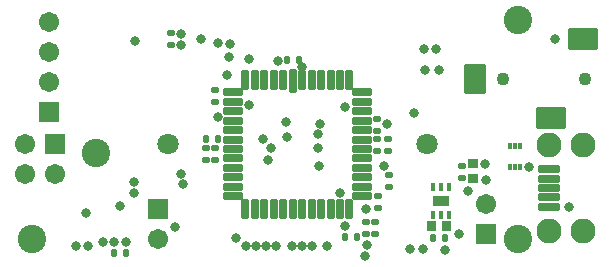
<source format=gts>
G04 Layer: TopSolderMaskLayer*
G04 EasyEDA Pro v2.2.35.2, 2025-02-24 01:09:24*
G04 Gerber Generator version 0.3*
G04 Scale: 100 percent, Rotated: No, Reflected: No*
G04 Dimensions in millimeters*
G04 Leading zeros omitted, absolute positions, 4 integers and 5 decimals*
%FSLAX45Y45*%
%MOMM*%
%AMRoundRect*1,1,$1,$2,$3*1,1,$1,$4,$5*1,1,$1,0-$2,0-$3*1,1,$1,0-$4,0-$5*20,1,$1,$2,$3,$4,$5,0*20,1,$1,$4,$5,0-$2,0-$3,0*20,1,$1,0-$2,0-$3,0-$4,0-$5,0*20,1,$1,0-$4,0-$5,$2,$3,0*4,1,4,$2,$3,$4,$5,0-$2,0-$3,0-$4,0-$5,$2,$3,0*%
%ADD10C,2.4032*%
%ADD11RoundRect,0.09297X0.12701X0.22701X0.12701X-0.22701*%
%ADD12RoundRect,0.1836X0.8598X1.1598X0.8598X-1.1598*%
%ADD13RoundRect,0.1836X-1.1598X0.8598X1.1598X0.8598*%
%ADD14C,1.1032*%
%ADD15C,1.8032*%
%ADD16RoundRect,0.1016X0.2667X0.2032X0.2667X-0.2032*%
%ADD17RoundRect,0.095X-0.141X-0.316X-0.141X0.316*%
%ADD18RoundRect,0.11094X-0.60803X-0.38303X-0.60803X0.38303*%
%ADD19RoundRect,0.1016X-0.2032X0.2667X0.2032X0.2667*%
%ADD20RoundRect,0.1016X-0.2667X-0.2032X-0.2667X0.2032*%
%ADD21RoundRect,0.15765X0.82278X0.27278X0.82278X-0.27278*%
%ADD22C,2.1032*%
%ADD23RoundRect,0.10886X-0.39007X-0.32657X-0.39007X0.32657*%
%ADD24RoundRect,0.10886X-0.32657X0.39007X0.32657X0.39007*%
%ADD25RoundRect,0.1016X0.2032X-0.2667X-0.2032X-0.2667*%
%ADD26RoundRect,0.152X-0.2256X0.7756X0.2256X0.7756*%
%ADD27RoundRect,0.152X-0.2256X0.9006X0.2256X0.9006*%
%ADD28RoundRect,0.152X-0.7756X-0.2256X-0.7756X0.2256*%
%ADD29RoundRect,0.18154X0.76083X-0.76083X-0.76083X-0.76083*%
%ADD30C,1.7032*%
%ADD31RoundRect,0.18154X-0.76083X-0.76083X-0.76083X0.76083*%
%ADD32RoundRect,0.18154X0.76083X0.76083X0.76083X-0.76083*%
%ADD33C,0.8128*%
G75*


G04 Pad Start*
G54D10*
G01X14430000Y12150000D03*
G01X14430000Y10300000D03*
G01X10313600Y10300000D03*
G01X10860200Y11030900D03*
G54D11*
G01X14446880Y11084200D03*
G01X14406880Y11084200D03*
G01X14366880Y11084200D03*
G01X14366880Y10912200D03*
G01X14406880Y10912200D03*
G01X14446880Y10912200D03*
G54D12*
G01X14065000Y11657400D03*
G54D13*
G01X14710000Y11322400D03*
G01X14980000Y11992400D03*
G54D14*
G01X14300000Y11657400D03*
G01X15000000Y11657400D03*
G54D15*
G01X11463600Y11100000D03*
G01X13663600Y11100000D03*
G54D16*
G01X11494640Y12046000D03*
G01X11494640Y11944400D03*
G54D17*
G01X13715640Y10506060D03*
G01X13780640Y10506060D03*
G01X13845640Y10506060D03*
G01X13845640Y10736060D03*
G01X13780640Y10736060D03*
G01X13715640Y10736060D03*
G54D18*
G01X13780640Y10621060D03*
G54D16*
G01X13338680Y10737900D03*
G01X13338680Y10839500D03*
G54D19*
G01X12477620Y11817400D03*
G01X12579220Y11817400D03*
G54D20*
G01X11786740Y10966500D03*
G01X11786740Y11068100D03*
G54D21*
G01X14694800Y10650300D03*
G01X14694800Y10730300D03*
G01X14694800Y10810300D03*
G01X14694800Y10570300D03*
G01X14694800Y10890300D03*
G54D22*
G01X14694800Y10365300D03*
G01X14694800Y11095300D03*
G01X14984800Y11095300D03*
G01X14984800Y10365300D03*
G54D20*
G01X11868020Y11560860D03*
G01X11868020Y11459260D03*
G54D16*
G01X13224380Y10344200D03*
G01X13224380Y10445800D03*
G54D20*
G01X13956160Y10816540D03*
G01X13956160Y10918140D03*
G54D23*
G01X14052680Y10933380D03*
G01X14052680Y10806380D03*
G54D24*
G01X13826360Y10405160D03*
G01X13699360Y10405160D03*
G54D19*
G01X13714600Y10311180D03*
G01X13816200Y10311180D03*
G54D20*
G01X13329920Y11043920D03*
G01X13329920Y11145520D03*
G01X13241020Y11041380D03*
G01X13241020Y11142980D03*
G54D16*
G01X13234540Y11311940D03*
G01X13234540Y11210340D03*
G54D19*
G01X13071980Y10313720D03*
G01X12970380Y10313720D03*
G54D25*
G01X11789280Y11149380D03*
G01X11890880Y11149380D03*
G54D19*
G01X11115040Y10180320D03*
G01X11013440Y10180320D03*
G54D16*
G01X13247240Y10560100D03*
G01X13247240Y10661700D03*
G54D20*
G01X13140560Y10445800D03*
G01X13140560Y10344200D03*
G54D26*
G01X12123749Y11647500D03*
G01X12203750Y11647500D03*
G01X12283750Y11647500D03*
G01X12363750Y11647500D03*
G01X12443750Y11647500D03*
G54D27*
G01X12523750Y11635000D03*
G54D26*
G01X12603750Y11647500D03*
G01X12683750Y11647500D03*
G01X12763750Y11647500D03*
G01X12843750Y11647500D03*
G01X12923750Y11647500D03*
G01X13003750Y11647500D03*
G54D28*
G01X13110250Y11541000D03*
G01X13110250Y11461000D03*
G01X13110250Y11381000D03*
G01X13110250Y11301000D03*
G01X13110250Y11221000D03*
G01X13110250Y11141000D03*
G01X13110250Y11061000D03*
G01X13110250Y10981000D03*
G01X13110250Y10901000D03*
G01X13110250Y10820999D03*
G01X13110250Y10740999D03*
G01X13110250Y10660999D03*
G54D26*
G01X13003750Y10554500D03*
G01X12923750Y10554500D03*
G01X12843750Y10554500D03*
G01X12763750Y10554500D03*
G01X12683750Y10554500D03*
G01X12603750Y10554500D03*
G01X12523750Y10554500D03*
G01X12443750Y10554500D03*
G01X12363750Y10554500D03*
G01X12283750Y10554500D03*
G01X12203750Y10554500D03*
G01X12123749Y10554500D03*
G54D28*
G01X12017250Y10660999D03*
G01X12017250Y10740999D03*
G01X12017250Y10820999D03*
G01X12017250Y10901000D03*
G01X12017250Y10981000D03*
G01X12017250Y11061000D03*
G01X12017250Y11141000D03*
G01X12017250Y11221000D03*
G01X12017250Y11301000D03*
G01X12017250Y11381000D03*
G01X12017250Y11461000D03*
G01X12017250Y11541000D03*
G54D20*
G01X11868020Y10966500D03*
G01X11868020Y11068100D03*
G54D29*
G01X10507980Y11099800D03*
G54D30*
G01X10507980Y10845800D03*
G01X10253980Y11099800D03*
G01X10253980Y10845800D03*
G01X10459720Y12138660D03*
G01X10459720Y11884660D03*
G01X10459720Y11630660D03*
G54D31*
G01X10459720Y11376660D03*
G54D30*
G01X11386820Y10302240D03*
G54D32*
G01X11386820Y10556240D03*
G54D30*
G01X14160500Y10596880D03*
G54D31*
G01X14160500Y10342880D03*
G04 Pad End*

G04 Via Start*
G54D33*
G01X11112500Y10269220D03*
G01X11013440Y10271760D03*
G01X10916920Y10269220D03*
G01X10685780Y10241280D03*
G01X10792460Y10241300D03*
G01X11064240Y10574020D03*
G01X10769600Y10515600D03*
G01X14523720Y10911840D03*
G01X13760460Y11733580D03*
G01X13640974Y11733686D03*
G01X11887390Y11334404D03*
G01X14861540Y10568940D03*
G01X14163040Y10800080D03*
G01X14150340Y10934700D03*
G01X11529060Y10398760D03*
G01X11181080Y10688320D03*
G01X11581000Y11944400D03*
G01X11581000Y12035840D03*
G01X11192380Y11974880D03*
G01X13624560Y10210800D03*
G01X13520420Y10213340D03*
G01X12688440Y10242600D03*
G01X12810360Y10242600D03*
G01X11591160Y10760760D03*
G01X12398880Y11804700D03*
G01X13735060Y11906300D03*
G01X13636000Y11906300D03*
G01X13150720Y10250220D03*
G01X12734160Y11065560D03*
G01X12746860Y10918240D03*
G01X13929360Y10337800D03*
G01X11995020Y11952020D03*
G01X12149960Y11819940D03*
G01X13318360Y11271300D03*
G01X12274420Y11141760D03*
G01X12477620Y11162080D03*
G01X12751940Y11276380D03*
G01X12736700Y11184940D03*
G01X13813660Y10201960D03*
G01X13140560Y10552480D03*
G01X12602080Y10242600D03*
G01X12965300Y10407700D03*
G01X12383640Y10242600D03*
G01X12149960Y11436400D03*
G01X13554580Y11362740D03*
G01X12515720Y10242600D03*
G01X12216000Y10242600D03*
G01X12132180Y10242600D03*
G01X12299820Y10242600D03*
G01X11578460Y10849660D03*
G01X13132940Y10156240D03*
G01X12337920Y11068100D03*
G01X12467460Y11289080D03*
G01X12962760Y11416080D03*
G01X11967080Y11687860D03*
G01X12315060Y10966500D03*
G01X13292960Y10920780D03*
G01X12040740Y10303560D03*
G01X12927200Y10689640D03*
G01X11743560Y11995200D03*
G01X11888340Y11957100D03*
G01X11987400Y11842800D03*
G01X12604620Y11756440D03*
G01X14747240Y11991340D03*
G01X11176000Y10784840D03*
G01X14008100Y10703560D03*
G04 Via End*

M02*


</source>
